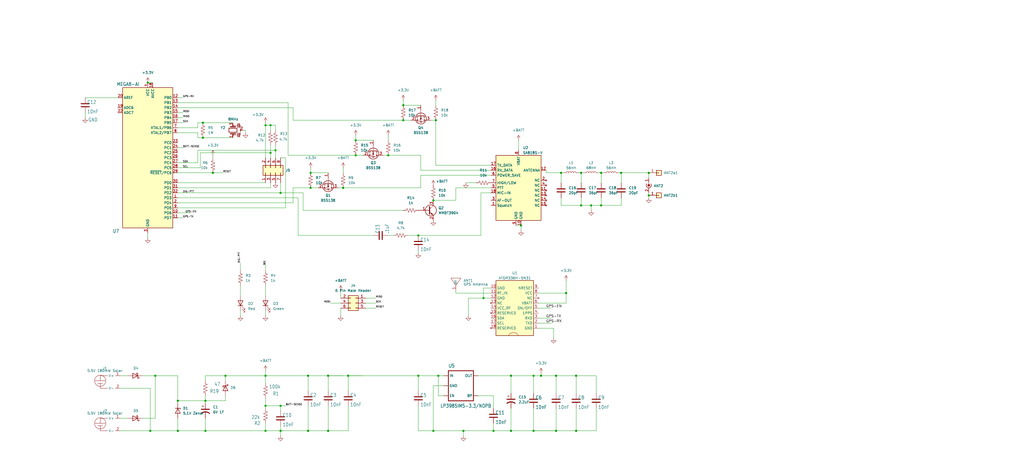
<source format=kicad_sch>
(kicad_sch (version 20231120) (generator "eeschema") (generator_version "8.0")
  (paper "User" 519.176 229.133)
  (junction (at 104.14 203.2))
  (junction (at 220.98 60.96))
  (junction (at 114.3 190.5))
  (junction (at 157.48 95.25))
  (junction (at 173.99 95.25))
  (junction (at 212.09 190.5))
  (junction (at 180.34 71.12))
  (junction (at 281.94 218.44))
  (junction (at 259.08 190.5))
  (junction (at 134.62 218.44))
  (junction (at 142.24 97.79))
  (junction (at 314.96 87.63))
  (junction (at 102.87 69.85))
  (junction (at 176.53 190.5))
  (junction (at 234.95 218.44))
  (junction (at 139.7 76.2))
  (junction (at 219.71 218.44))
  (junction (at 299.72 104.14))
  (junction (at 142.24 218.44))
  (junction (at 259.08 218.44))
  (junction (at 196.85 78.74))
  (junction (at 274.32 190.5))
  (junction (at 78.74 190.5))
  (junction (at 292.1 218.44))
  (junction (at 250.19 218.44))
  (junction (at 142.24 205.74))
  (junction (at 102.87 62.23))
  (junction (at 204.47 53.34))
  (junction (at 287.02 148.59))
  (junction (at 166.37 190.5))
  (junction (at 270.51 218.44))
  (junction (at 137.16 77.47))
  (junction (at 281.94 190.5))
  (junction (at 90.17 203.2))
  (junction (at 90.17 218.44))
  (junction (at 270.51 190.5))
  (junction (at 134.62 190.5))
  (junction (at 294.64 87.63))
  (junction (at 134.62 205.74))
  (junction (at 107.95 87.63))
  (junction (at 304.8 104.14))
  (junction (at 104.14 218.44))
  (junction (at 292.1 190.5))
  (junction (at 222.25 190.5))
  (junction (at 156.21 218.44))
  (junction (at 74.93 41.91))
  (junction (at 245.11 151.13))
  (junction (at 328.93 99.06))
  (junction (at 137.16 63.5))
  (junction (at 157.48 87.63))
  (junction (at 180.34 78.74))
  (junction (at 204.47 60.96))
  (junction (at 264.16 114.3))
  (junction (at 294.64 104.14))
  (junction (at 76.2 218.44))
  (junction (at 212.09 119.38))
  (junction (at 156.21 190.5))
  (junction (at 328.93 87.63))
  (junction (at 304.8 87.63))
  (junction (at 284.48 87.63))
  (junction (at 134.62 63.5))
  (junction (at 219.71 101.6))
  (junction (at 166.37 218.44))
  (wire (pts (xy 245.11 146.05) (xy 245.11 151.13)))
  (wire (pts (xy 157.48 85.09) (xy 157.48 87.63)))
  (wire (pts (xy 196.85 68.58) (xy 196.85 71.12)))
  (wire (pts (xy 142.24 218.44) (xy 142.24 215.9)) (stroke (width 0.1524)))
  (wire (pts (xy 124.46 66.04) (xy 124.46 67.31)))
  (wire (pts (xy 284.48 100.33) (xy 284.48 104.14)))
  (wire (pts (xy 78.74 190.5) (xy 90.17 190.5)))
  (wire (pts (xy 100.33 76.2) (xy 139.7 76.2)) (stroke (width 0.1524)))
  (wire (pts (xy 142.24 205.74) (xy 144.78 205.74)) (stroke (width 0.1524)))
  (wire (pts (xy 274.32 190.5) (xy 270.51 190.5)) (stroke (width 0.1524)))
  (wire (pts (xy 60.96 190.5) (xy 64.77 190.5)))
  (wire (pts (xy 90.17 110.49) (xy 92.71 110.49)) (stroke (width 0.1524)))
  (wire (pts (xy 284.48 87.63) (xy 285.75 87.63)))
  (wire (pts (xy 90.17 102.87) (xy 148.59 102.87)))
  (wire (pts (xy 157.48 95.25) (xy 161.29 95.25)))
  (wire (pts (xy 176.53 190.5) (xy 212.09 190.5)) (stroke (width 0.1524)))
  (wire (pts (xy 276.86 87.63) (xy 276.86 86.36)))
  (wire (pts (xy 284.48 104.14) (xy 294.64 104.14)))
  (wire (pts (xy 121.92 157.48) (xy 121.92 160.02)))
  (wire (pts (xy 273.05 148.59) (xy 287.02 148.59)))
  (wire (pts (xy 204.47 50.8) (xy 204.47 53.34)))
  (wire (pts (xy 180.34 78.74) (xy 146.05 78.74)))
  (wire (pts (xy 250.19 214.63) (xy 250.19 218.44)) (stroke (width 0.1524)))
  (wire (pts (xy 212.09 127) (xy 212.09 128.27)))
  (wire (pts (xy 224.79 195.58) (xy 219.71 195.58)) (stroke (width 0.1524)))
  (wire (pts (xy 43.18 49.53) (xy 59.69 49.53)))
  (wire (pts (xy 90.17 49.53) (xy 92.71 49.53)) (stroke (width 0.1524)))
  (wire (pts (xy 142.24 218.44) (xy 143.51 218.44)))
  (wire (pts (xy 294.64 87.63) (xy 295.91 87.63)))
  (wire (pts (xy 90.17 203.2) (xy 104.14 203.2)))
  (wire (pts (xy 292.1 207.01) (xy 292.1 218.44)))
  (wire (pts (xy 134.62 190.5) (xy 134.62 194.31)) (stroke (width 0.1524)))
  (wire (pts (xy 104.14 200.66) (xy 104.14 203.2)))
  (wire (pts (xy 220.98 60.96) (xy 220.98 83.82)))
  (wire (pts (xy 146.05 52.07) (xy 146.05 78.74)))
  (wire (pts (xy 248.92 86.36) (xy 213.36 86.36)))
  (wire (pts (xy 90.17 64.77) (xy 100.33 64.77)))
  (wire (pts (xy 218.44 60.96) (xy 220.98 60.96)))
  (wire (pts (xy 270.51 199.39) (xy 270.51 190.5)) (stroke (width 0.1524)))
  (wire (pts (xy 102.87 69.85) (xy 100.33 69.85)))
  (wire (pts (xy 142.24 208.28) (xy 142.24 205.74)) (stroke (width 0.1524)))
  (wire (pts (xy 134.62 214.63) (xy 134.62 218.44)) (stroke (width 0.1524)))
  (wire (pts (xy 273.05 156.21) (xy 279.4 156.21)))
  (wire (pts (xy 134.62 190.5) (xy 156.21 190.5)) (stroke (width 0.1524)))
  (wire (pts (xy 273.05 163.83) (xy 279.4 163.83)))
  (wire (pts (xy 189.23 119.38) (xy 151.13 119.38)) (stroke (width 0.1524)))
  (wire (pts (xy 90.17 57.15) (xy 92.71 57.15)) (stroke (width 0.1524)))
  (wire (pts (xy 259.08 190.5) (xy 270.51 190.5)) (stroke (width 0.1524)))
  (wire (pts (xy 74.93 118.11) (xy 74.93 120.65)))
  (wire (pts (xy 185.42 153.67) (xy 190.5 153.67)) (stroke (width 0.1524)))
  (wire (pts (xy 294.64 87.63) (xy 294.64 92.71)))
  (wire (pts (xy 274.32 190.5) (xy 281.94 190.5)) (stroke (width 0.1524)))
  (wire (pts (xy 281.94 207.01) (xy 281.94 218.44)) (stroke (width 0.1524)))
  (wire (pts (xy 185.42 156.21) (xy 190.5 156.21)) (stroke (width 0.1524)))
  (wire (pts (xy 137.16 92.71) (xy 137.16 95.25)) (stroke (width 0.1524)))
  (wire (pts (xy 273.05 161.29) (xy 279.4 161.29)))
  (wire (pts (xy 219.71 195.58) (xy 219.71 218.44)) (stroke (width 0.1524)))
  (wire (pts (xy 90.17 82.55) (xy 100.33 82.55)) (stroke (width 0.1524)))
  (wire (pts (xy 287.02 153.67) (xy 287.02 148.59)))
  (wire (pts (xy 90.17 54.61) (xy 148.59 54.61)))
  (wire (pts (xy 294.64 104.14) (xy 299.72 104.14)))
  (wire (pts (xy 134.62 63.5) (xy 137.16 63.5)))
  (wire (pts (xy 176.53 205.74) (xy 176.53 218.44)))
  (wire (pts (xy 100.33 82.55) (xy 100.33 76.2)) (stroke (width 0.1524)))
  (wire (pts (xy 293.37 87.63) (xy 294.64 87.63)))
  (wire (pts (xy 243.84 119.38) (xy 212.09 119.38)) (stroke (width 0.1524)))
  (wire (pts (xy 207.01 119.38) (xy 212.09 119.38)) (stroke (width 0.1524)))
  (wire (pts (xy 231.14 101.6) (xy 231.14 95.25)))
  (wire (pts (xy 114.3 203.2) (xy 104.14 203.2)))
  (wire (pts (xy 213.36 95.25) (xy 213.36 88.9)))
  (wire (pts (xy 224.79 190.5) (xy 222.25 190.5)) (stroke (width 0.1524)))
  (wire (pts (xy 204.47 60.96) (xy 208.28 60.96)))
  (wire (pts (xy 123.19 66.04) (xy 124.46 66.04)))
  (wire (pts (xy 134.62 205.74) (xy 142.24 205.74)) (stroke (width 0.1524)))
  (wire (pts (xy 314.96 104.14) (xy 304.8 104.14)))
  (wire (pts (xy 100.33 62.23) (xy 102.87 62.23)))
  (wire (pts (xy 90.17 218.44) (xy 104.14 218.44)))
  (wire (pts (xy 270.51 218.44) (xy 281.94 218.44)) (stroke (width 0.1524)))
  (wire (pts (xy 142.24 218.44) (xy 156.21 218.44)) (stroke (width 0.1524)))
  (wire (pts (xy 166.37 205.74) (xy 166.37 218.44)))
  (wire (pts (xy 302.26 199.39) (xy 302.26 190.5)))
  (wire (pts (xy 176.53 190.5) (xy 176.53 198.12)))
  (wire (pts (xy 219.71 218.44) (xy 212.09 218.44)) (stroke (width 0.1524)))
  (wire (pts (xy 276.86 87.63) (xy 284.48 87.63)))
  (wire (pts (xy 90.17 212.09) (xy 90.17 218.44)))
  (wire (pts (xy 137.16 63.5) (xy 139.7 63.5)))
  (wire (pts (xy 274.32 189.23) (xy 274.32 190.5)) (stroke (width 0.1524)))
  (wire (pts (xy 157.48 87.63) (xy 166.37 87.63)))
  (wire (pts (xy 299.72 104.14) (xy 299.72 106.68)))
  (wire (pts (xy 245.11 151.13) (xy 248.92 151.13)))
  (wire (pts (xy 304.8 104.14) (xy 299.72 104.14)))
  (wire (pts (xy 90.17 100.33) (xy 151.13 100.33)))
  (wire (pts (xy 90.17 204.47) (xy 90.17 203.2)))
  (wire (pts (xy 262.89 71.12) (xy 262.89 76.2)))
  (wire (pts (xy 224.79 200.66) (xy 222.25 200.66)) (stroke (width 0.1524)))
  (wire (pts (xy 313.69 87.63) (xy 314.96 87.63)))
  (wire (pts (xy 137.16 63.5) (xy 137.16 66.04)))
  (wire (pts (xy 243.84 119.38) (xy 243.84 97.79)) (stroke (width 0.1524)))
  (wire (pts (xy 303.53 87.63) (xy 304.8 87.63)))
  (wire (pts (xy 90.17 74.93) (xy 92.71 74.93)) (stroke (width 0.1524)))
  (wire (pts (xy 134.62 201.93) (xy 134.62 203.2)))
  (wire (pts (xy 121.92 144.78) (xy 121.92 149.86)) (stroke (width 0.1524)))
  (wire (pts (xy 114.3 190.5) (xy 129.54 190.5)))
  (wire (pts (xy 212.09 190.5) (xy 212.09 198.12)) (stroke (width 0.1524)))
  (wire (pts (xy 156.21 218.44) (xy 166.37 218.44)))
  (wire (pts (xy 166.37 190.5) (xy 173.99 190.5)))
  (wire (pts (xy 180.34 68.58) (xy 180.34 71.12)))
  (wire (pts (xy 142.24 218.44) (xy 142.24 220.98)))
  (wire (pts (xy 137.16 77.47) (xy 137.16 80.01)))
  (wire (pts (xy 328.93 87.63) (xy 314.96 87.63)))
  (wire (pts (xy 156.21 190.5) (xy 166.37 190.5)) (stroke (width 0.1524)))
  (wire (pts (xy 173.99 85.09) (xy 173.99 87.63)))
  (wire (pts (xy 213.36 88.9) (xy 248.92 88.9)))
  (wire (pts (xy 194.31 78.74) (xy 196.85 78.74)))
  (wire (pts (xy 129.54 190.5) (xy 134.62 190.5)) (stroke (width 0.1524)))
  (wire (pts (xy 166.37 190.5) (xy 176.53 190.5)) (stroke (width 0.1524)))
  (wire (pts (xy 72.39 212.09) (xy 78.74 212.09)))
  (wire (pts (xy 104.14 212.09) (xy 104.14 218.44)))
  (wire (pts (xy 222.25 200.66) (xy 222.25 190.5)) (stroke (width 0.1524)))
  (wire (pts (xy 43.18 57.15) (xy 43.18 59.69)))
  (wire (pts (xy 242.57 200.66) (xy 250.19 200.66)) (stroke (width 0.1524)))
  (wire (pts (xy 156.21 198.12) (xy 156.21 190.5)) (stroke (width 0.1524)))
  (wire (pts (xy 151.13 119.38) (xy 151.13 100.33)))
  (wire (pts (xy 196.85 78.74) (xy 213.36 78.74)))
  (wire (pts (xy 180.34 78.74) (xy 184.15 78.74)))
  (wire (pts (xy 104.14 193.04) (xy 104.14 190.5)))
  (wire (pts (xy 248.92 83.82) (xy 220.98 83.82)))
  (wire (pts (xy 134.62 137.16) (xy 134.62 132.08)) (stroke (width 0.1524)))
  (wire (pts (xy 121.92 137.16) (xy 121.92 133.35)) (stroke (width 0.1524)))
  (wire (pts (xy 292.1 190.5) (xy 292.1 199.39)))
  (wire (pts (xy 134.62 187.96) (xy 134.62 190.5)) (stroke (width 0.1524)))
  (wire (pts (xy 76.2 218.44) (xy 90.17 218.44)))
  (wire (pts (xy 60.96 196.85) (xy 76.2 196.85)))
  (wire (pts (xy 90.17 87.63) (xy 107.95 87.63)))
  (wire (pts (xy 90.17 59.69) (xy 92.71 59.69)) (stroke (width 0.1524)))
  (wire (pts (xy 76.2 196.85) (xy 76.2 218.44)))
  (wire (pts (xy 102.87 62.23) (xy 118.11 62.23)))
  (wire (pts (xy 74.93 41.91) (xy 77.47 41.91)))
  (wire (pts (xy 236.22 92.71) (xy 241.3 92.71)))
  (wire (pts (xy 328.93 99.06) (xy 328.93 100.33)))
  (wire (pts (xy 292.1 218.44) (xy 281.94 218.44)))
  (wire (pts (xy 134.62 205.74) (xy 134.62 203.2)) (stroke (width 0.1524)))
  (wire (pts (xy 302.26 207.01) (xy 302.26 218.44)))
  (wire (pts (xy 90.17 67.31) (xy 100.33 67.31)))
  (wire (pts (xy 148.59 95.25) (xy 157.48 95.25)))
  (wire (pts (xy 156.21 205.74) (xy 156.21 218.44)) (stroke (width 0.1524)))
  (wire (pts (xy 90.17 203.2) (xy 90.17 190.5)))
  (wire (pts (xy 114.3 200.66) (xy 114.3 203.2)))
  (wire (pts (xy 134.62 157.48) (xy 134.62 160.02)))
  (wire (pts (xy 104.14 190.5) (xy 114.3 190.5)))
  (wire (pts (xy 280.67 166.37) (xy 280.67 171.45)))
  (wire (pts (xy 114.3 193.04) (xy 114.3 190.5)))
  (wire (pts (xy 294.64 100.33) (xy 294.64 104.14)))
  (wire (pts (xy 237.49 151.13) (xy 245.11 151.13)))
  (wire (pts (xy 172.72 147.32) (xy 172.72 151.13)))
  (wire (pts (xy 242.57 190.5) (xy 259.08 190.5)) (stroke (width 0.1524)))
  (wire (pts (xy 144.78 80.01) (xy 142.24 80.01)))
  (wire (pts (xy 139.7 66.04) (xy 139.7 63.5)))
  (wire (pts (xy 142.24 97.79) (xy 153.67 97.79)))
  (wire (pts (xy 284.48 87.63) (xy 284.48 92.71)))
  (wire (pts (xy 328.93 97.79) (xy 328.93 99.06)))
  (wire (pts (xy 222.25 190.5) (xy 212.09 190.5)) (stroke (width 0.1524)))
  (wire (pts (xy 90.17 105.41) (xy 144.78 105.41)))
  (wire (pts (xy 234.95 218.44) (xy 250.19 218.44)) (stroke (width 0.1524)))
  (wire (pts (xy 304.8 100.33) (xy 304.8 104.14)))
  (wire (pts (xy 259.08 190.5) (xy 259.08 199.39)))
  (wire (pts (xy 78.74 190.5) (xy 78.74 212.09)))
  (wire (pts (xy 261.62 114.3) (xy 264.16 114.3)))
  (wire (pts (xy 259.08 218.44) (xy 270.51 218.44)) (stroke (width 0.1524)))
  (wire (pts (xy 219.71 101.6) (xy 231.14 101.6)))
  (wire (pts (xy 166.37 190.5) (xy 166.37 198.12)))
  (wire (pts (xy 328.93 90.17) (xy 328.93 87.63)))
  (wire (pts (xy 248.92 146.05) (xy 245.11 146.05)))
  (wire (pts (xy 180.34 71.12) (xy 189.23 71.12)))
  (wire (pts (xy 148.59 102.87) (xy 148.59 95.25)))
  (wire (pts (xy 273.05 166.37) (xy 280.67 166.37)))
  (wire (pts (xy 270.51 218.44) (xy 281.94 218.44)))
  (wire (pts (xy 90.17 107.95) (xy 96.52 107.95)))
  (wire (pts (xy 90.17 52.07) (xy 146.05 52.07)))
  (wire (pts (xy 172.72 160.02) (xy 172.72 156.21)))
  (wire (pts (xy 128.27 218.44) (xy 134.62 218.44)) (stroke (width 0.1524)))
  (wire (pts (xy 204.47 106.68) (xy 153.67 106.68)))
  (wire (pts (xy 142.24 92.71) (xy 142.24 97.79)))
  (wire (pts (xy 90.17 85.09) (xy 101.6 85.09)) (stroke (width 0.1524)))
  (wire (pts (xy 204.47 53.34) (xy 213.36 53.34)))
  (wire (pts (xy 287.02 148.59) (xy 287.02 142.24)))
  (wire (pts (xy 107.95 87.63) (xy 113.03 87.63)) (stroke (width 0.1524)))
  (wire (pts (xy 302.26 218.44) (xy 292.1 218.44)))
  (wire (pts (xy 144.78 105.41) (xy 144.78 80.01)))
  (wire (pts (xy 172.72 153.67) (xy 167.64 153.67)) (stroke (width 0.1524)))
  (wire (pts (xy 166.37 218.44) (xy 176.53 218.44)))
  (wire (pts (xy 231.14 148.59) (xy 231.14 147.32)))
  (wire (pts (xy 139.7 73.66) (xy 139.7 76.2)))
  (wire (pts (xy 148.59 54.61) (xy 148.59 60.96)))
  (wire (pts (xy 220.98 50.8) (xy 220.98 53.34)))
  (wire (pts (xy 250.19 200.66) (xy 250.19 207.01)) (stroke (width 0.1524)))
  (wire (pts (xy 104.14 203.2) (xy 104.14 204.47)))
  (wire (pts (xy 100.33 64.77) (xy 100.33 62.23)))
  (wire (pts (xy 248.92 148.59) (xy 231.14 148.59)))
  (wire (pts (xy 137.16 73.66) (xy 137.16 77.47)))
  (wire (pts (xy 104.14 218.44) (xy 128.27 218.44)))
  (wire (pts (xy 234.95 218.44) (xy 234.95 220.98)))
  (wire (pts (xy 185.42 151.13) (xy 190.5 151.13)) (stroke (width 0.1524)))
  (wire (pts (xy 107.95 78.74) (xy 107.95 80.01)))
  (wire (pts (xy 90.17 92.71) (xy 134.62 92.71)) (stroke (width 0.1524)))
  (wire (pts (xy 270.51 207.01) (xy 270.51 218.44)) (stroke (width 0.1524)))
  (wire (pts (xy 100.33 69.85) (xy 100.33 67.31)))
  (wire (pts (xy 173.99 95.25) (xy 213.36 95.25)))
  (wire (pts (xy 243.84 97.79) (xy 248.92 97.79)))
  (wire (pts (xy 134.62 63.5) (xy 134.62 80.01)))
  (wire (pts (xy 139.7 76.2) (xy 139.7 80.01)))
  (wire (pts (xy 314.96 100.33) (xy 314.96 104.14)))
  (wire (pts (xy 304.8 87.63) (xy 304.8 92.71)))
  (wire (pts (xy 212.09 218.44) (xy 212.09 205.74)) (stroke (width 0.1524)))
  (wire (pts (xy 134.62 62.23) (xy 134.62 63.5)))
  (wire (pts (xy 302.26 190.5) (xy 292.1 190.5)))
  (wire (pts (xy 264.16 114.3) (xy 264.16 116.84)))
  (wire (pts (xy 60.96 218.44) (xy 76.2 218.44)))
  (wire (pts (xy 314.96 92.71) (xy 314.96 87.63)))
  (wire (pts (xy 142.24 218.44) (xy 134.62 218.44)) (stroke (width 0.1524)))
  (wire (pts (xy 102.87 69.85) (xy 118.11 69.85)))
  (wire (pts (xy 60.96 212.09) (xy 64.77 212.09)))
  (wire (pts (xy 101.6 77.47) (xy 137.16 77.47)) (stroke (width 0.1524)))
  (wire (pts (xy 171.45 95.25) (xy 173.99 95.25)))
  (wire (pts (xy 196.85 119.38) (xy 199.39 119.38)) (stroke (width 0.1524)))
  (wire (pts (xy 134.62 144.78) (xy 134.62 149.86)) (stroke (width 0.1524)))
  (wire (pts (xy 237.49 151.13) (xy 237.49 160.02)))
  (wire (pts (xy 176.53 190.5) (xy 184.15 190.5)))
  (wire (pts (xy 153.67 106.68) (xy 153.67 97.79)))
  (wire (pts (xy 213.36 86.36) (xy 213.36 78.74)))
  (wire (pts (xy 101.6 85.09) (xy 101.6 77.47)) (stroke (width 0.1524)))
  (wire (pts (xy 281.94 190.5) (xy 281.94 199.39)) (stroke (width 0.1524)))
  (wire (pts (xy 259.08 207.01) (xy 259.08 218.44)))
  (wire (pts (xy 292.1 190.5) (xy 281.94 190.5)))
  (wire (pts (xy 148.59 60.96) (xy 204.47 60.96)))
  (wire (pts (xy 248.92 95.25) (xy 231.14 95.25)))
  (wire (pts (xy 304.8 87.63) (xy 306.07 87.63)))
  (wire (pts (xy 90.17 62.23) (xy 92.71 62.23)) (stroke (width 0.1524)))
  (wire (pts (xy 219.71 218.44) (xy 234.95 218.44)) (stroke (width 0.1524)))
  (wire (pts (xy 134.62 205.74) (xy 134.62 207.01)))
  (wire (pts (xy 90.17 97.79) (xy 142.24 97.79)))
  (wire (pts (xy 72.39 190.5) (xy 78.74 190.5)))
  (wire (pts (xy 273.05 153.67) (xy 287.02 153.67)))
  (wire (pts (xy 250.19 218.44) (xy 259.08 218.44)) (stroke (width 0.1524)))
  (wire (pts (xy 90.17 95.25) (xy 137.16 95.25)) (stroke (width 0.1524)))
  (label "MISO" (at 190.5 151.13 0) (effects (font (size 0.889 0.889))))
  (label "GPS-RX" (at 276.86 163.83 0))
  (label "DIG-PTT" (at 121.92 133.35 90) (effects (font (size 0.889 0.889))))
  (label "RESET" (at 113.03 87.63 0) (effects (font (size 0.889 0.889))))
  (label "SCK" (at 134.62 132.08 270) (effects (font (size 0.7112 0.7112))))
  (label "BATT-SENSE" (at 92.71 74.93 0) (effects (font (size 0.889 0.889))))
  (label "SDA" (at 92.71 82.55 0) (effects (font (size 0.889 0.889))))
  (label "GPS-EN" (at 93.98 107.95 0) (effects (font (size 0.889 0.889))))
  (label "GPS-TX" (at 92.71 110.49 0) (effects (font (size 0.889 0.889))))
  (label "DIG-PTT" (at 92.71 97.79 0) (effects (font (size 0.889 0.889))))
  (label "BATT-SENSE" (at 144.78 205.74 0) (effects (font (size 0.889 0.889))))
  (label "MOSI" (at 167.64 153.67 180) (effects (font (size 0.889 0.889))))
  (label "SCK" (at 92.71 62.23 0) (effects (font (size 0.889 0.889))))
  (label "GPS-TX" (at 276.86 161.29 0))
  (label "GPS-EN" (at 276.86 156.21 0))
  (label "MISO" (at 92.71 59.69 0) (effects (font (size 0.889 0.889))))
  (label "GPS-RX" (at 92.71 49.53 0) (effects (font (size 0.889 0.889))))
  (label "SCL" (at 92.71 85.09 0) (effects (font (size 0.889 0.889))))
  (label "MOSI" (at 92.71 57.15 0) (effects (font (size 0.889 0.889))))
  (label "RESET" (at 190.5 156.21 0) (effects (font (size 0.889 0.889))))
  (label "SCK" (at 190.5 153.67 0) (effects (font (size 0.889 0.889))))
  (symbol (lib_id "power:+3.3V") (at 107.95 78.74 0) (unit 1)
    (property "Reference" "#PWR09" (effects (hide yes)))
    (property "Value" "+3.3V" (at 107.95 73.66 0))
    (property "Description" "Power symbol creates a global label with name \"+3.3V\"" (effects (hide yes)))
  )
  (symbol (lib_id "Device:LED") (at 134.62 153.67 90) (unit 1)
    (property "Reference" "D3" (at 138.43 153.9874 90) (effects (justify right)))
    (property "Value" "Green" (at 138.43 156.5274 90) (effects (justify right)))
    (property "Footprint" "Diode_SMD:D_0805_2012Metric" (effects (hide yes)))
    (property "Description" "Light emitting diode" (effects (hide yes)))
    (property "Digikey" "LTST-C171GKT" (effects (hide yes)))
  )
  (symbol (lib_id "Device:R_US") (at 173.99 91.44 180) (unit 1)
    (property "Reference" "R9" (at 176.53 90.1699 0) (effects (justify right)))
    (property "Value" "10k" (at 176.53 92.7099 0) (effects (justify right)))
    (property "Footprint" "Resistor_SMD:R_0805_2012Metric" (effects (hide yes)))
    (property "Description" "Resistor, US symbol" (effects (hide yes)))
    (property "Digikey" "311-10KARCT-ND" (effects (hide yes)))
  )
  (symbol (lib_id "power:+3.3V") (at 157.48 85.09 0) (unit 1)
    (property "Reference" "#PWR013" (effects (hide yes)))
    (property "Value" "+3.3V" (at 157.48 80.01 0))
    (property "Description" "Power symbol creates a global label with name \"+3.3V\"" (effects (hide yes)))
  )
  (symbol (lib_id "Device:C") (at 142.24 212.09 0) (unit 1)
    (property "Reference" "C10" (at 143.256 211.455 0) (effects (font (size 1.778 1.5113)) (justify left bottom)))
    (property "Value" "10nF" (at 143.256 216.281 0) (effects (font (size 1.778 1.5113)) (justify left bottom)))
    (property "Footprint" "Capacitor_SMD:C_0805_2012Metric" (effects (hide yes)))
    (property "Description" "Unpolarized capacitor" (effects (hide yes)))
    (property "Digikey" "399-1158-1-ND" (effects (hide yes)))
  )
  (symbol (lib_id "power:GND") (at 280.67 171.45 0) (unit 1)
    (property "Reference" "#SUPPLY015" (effects (hide yes)))
    (property "Value" "GND" (effects (hide yes)))
    (property "Description" "Power symbol creates a global label with name \"GND\" , ground" (effects (hide yes)))
  )
  (symbol (lib_id "Transistor_FET:BSS138") (at 213.36 58.42 270) (unit 1)
    (property "Reference" "Q4" (at 213.36 64.77 90))
    (property "Value" "BSS138" (at 213.36 67.31 90))
    (property "Footprint" "Package_TO_SOT_SMD:SOT-23" (effects (hide yes)))
    (property "Datasheet" "https://www.onsemi.com/pub/Collateral/BSS138-D.PDF" (effects (hide yes)))
    (property "Description" "50V Vds, 0.22A Id, N-Channel MOSFET, SOT-23" (effects (hide yes)))
    (property "Digikey" "BSS138TR-ND" (effects (hide yes)))
  )
  (symbol (lib_id "Device:R_US") (at 180.34 74.93 180) (unit 1)
    (property "Reference" "R15" (at 182.88 73.6599 0) (effects (justify right)))
    (property "Value" "10k" (at 182.88 76.1999 0) (effects (justify right)))
    (property "Footprint" "Resistor_SMD:R_0805_2012Metric" (effects (hide yes)))
    (property "Description" "Resistor, US symbol" (effects (hide yes)))
    (property "Digikey" "311-10KARCT-ND" (effects (hide yes)))
  )
  (symbol (lib_id "power:GND") (at 74.93 120.65 0) (unit 1)
    (property "Reference" "#SUPPLY07" (effects (hide yes)))
    (property "Value" "GND" (effects (hide yes)))
    (property "Description" "Power symbol creates a global label with name \"GND\" , ground" (effects (hide yes)))
  )
  (symbol (lib_id "Custom DS:ATGM336H-5N31") (at 260.35 153.67 0) (unit 1)
    (property "Reference" "U1" (at 260.985 138.43 0))
    (property "Value" "ATGM336H-5N31" (at 260.985 140.97 0))
    (property "Footprint" "Custom DS:ATGM336H-5N31" (effects (hide yes)))
    (property "Datasheet" "https://www.tinytronics.nl/product_files/002176_ATGM336H.pdf" (effects (hide yes)))
    (property "Description" "GPS Module" (effects (hide yes)))
    (property "Digikey" "ALIEXPRESS" (effects (hide yes)))
  )
  (symbol (lib_id "Connector_Generic:Conn_01x01") (at 334.01 99.06 0) (unit 1)
    (property "Reference" "ANT2b1" (at 336.55 99.0599 0) (effects (justify left)))
    (property "Value" "VHF Test Point" (effects (hide yes)))
    (property "Footprint" "Custom DS:Small Test Point Pin" (effects (hide yes)))
    (property "Description" "Generic connector, single row, 01x01, script generated (kicad-library-utils/schlib/autogen/connector/)" (effects (hide yes)))
  )
  (symbol (lib_id "Transistor_FET:BSS138") (at 166.37 92.71 270) (unit 1)
    (property "Reference" "Q1" (at 166.37 99.06 90))
    (property "Value" "BSS138" (at 166.37 101.6 90))
    (property "Footprint" "Package_TO_SOT_SMD:SOT-23" (effects (hide yes)))
    (property "Datasheet" "https://www.onsemi.com/pub/Collateral/BSS138-D.PDF" (effects (hide yes)))
    (property "Description" "50V Vds, 0.22A Id, N-Channel MOSFET, SOT-23" (effects (hide yes)))
    (property "Digikey" "BSS138TR-ND" (effects (hide yes)))
  )
  (symbol (lib_id "Device:D_Zener") (at 90.17 208.28 270) (unit 1)
    (property "Reference" "D1" (at 92.71 207.0099 90) (effects (justify left)))
    (property "Value" "5.1V Zenor" (at 92.71 209.5499 90) (effects (justify left)))
    (property "Footprint" "Diode_SMD:D_SOD-123" (effects (hide yes)))
    (property "Description" "Zener diode" (effects (hide yes)))
    (property "Digikey" "MMSZ5231B-FDICT-ND" (effects (hide yes)))
  )
  (symbol (lib_id "Device:C") (at 166.37 201.93 0) (unit 1)
    (property "Reference" "C3" (at 167.386 201.295 0) (effects (font (size 1.778 1.5113)) (justify left bottom)))
    (property "Value" "10nF" (at 167.386 206.121 0) (effects (font (size 1.778 1.5113)) (justify left bottom)))
    (property "Footprint" "Capacitor_SMD:C_0805_2012Metric" (effects (hide yes)))
    (property "Description" "Unpolarized capacitor" (effects (hide yes)))
    (property "Digikey" "399-1158-1-ND" (effects (hide yes)))
  )
  (symbol (lib_id "Device:C") (at 314.96 96.52 180) (unit 1)
    (property "Reference" "C19" (at 318.77 95.2499 0) (effects (justify right)))
    (property "Value" "20pF" (at 318.77 97.7899 0) (effects (justify right)))
    (property "Footprint" "Capacitor_SMD:C_0805_2012Metric" (effects (hide yes)))
    (property "Description" "Unpolarized capacitor" (effects (hide yes)))
    (property "Digikey" "712-1381-1-ND" (effects (hide yes)))
  )
  (symbol (lib_id "Device:L") (at 309.88 87.63 90) (unit 1)
    (property "Reference" "L3" (at 309.88 82.55 90))
    (property "Value" "56nH" (at 309.88 85.09 90))
    (property "Footprint" "Inductor_SMD:L_0805_2012Metric" (effects (hide yes)))
    (property "Description" "Inductor" (effects (hide yes)))
    (property "Digikey" "535-11570-1-ND" (effects (hide yes)))
  )
  (symbol (lib_id "power:+3.3V") (at 274.32 189.23 0) (unit 1)
    (property "Reference" "#PWR01" (effects (hide yes)))
    (property "Value" "+3.3V" (at 274.32 184.15 0))
    (property "Description" "Power symbol creates a global label with name \"+3.3V\"" (effects (hide yes)))
  )
  (symbol (lib_id "power:GND") (at 264.16 116.84 0) (unit 1)
    (property "Reference" "#SUPPLY011" (effects (hide yes)))
    (property "Value" "GND" (effects (hide yes)))
    (property "Description" "Power symbol creates a global label with name \"GND\" , ground" (effects (hide yes)))
  )
  (symbol (lib_id "Device:R_US") (at 121.92 140.97 0) (unit 1)
    (property "Reference" "R3" (at 124.46 139.6999 0) (effects (justify left)))
    (property "Value" "1k" (at 124.46 142.2399 0) (effects (justify left)))
    (property "Footprint" "Resistor_SMD:R_0805_2012Metric" (effects (hide yes)))
    (property "Description" "Resistor, US symbol" (effects (hide yes)))
    (property "Digikey" "311-1.0KARCT-ND" (effects (hide yes)))
  )
  (symbol (lib_id "Device:R_US") (at 104.14 196.85 180) (unit 1)
    (property "Reference" "R19" (at 110.998 197.358 0) (effects (font (size 1.778 1.5113)) (justify left bottom)))
    (property "Value" "47" (at 111.76 193.802 0) (effects (font (size 1.778 1.5113)) (justify left bottom)))
    (property "Footprint" "Resistor_SMD:R_2512_6332Metric" (effects (hide yes)))
    (property "Description" "Resistor, US symbol" (effects (hide yes)))
    (property "Digikey" "YAG3404TR-ND" (effects (hide yes)))
  )
  (symbol (lib_id "power:GND") (at 124.46 67.31 0) (unit 1)
    (property "Reference" "#SUPPLY08" (effects (hide yes)))
    (property "Value" "GND" (effects (hide yes)))
    (property "Description" "Power symbol creates a global label with name \"GND\" , ground" (effects (hide yes)))
  )
  (symbol (lib_id "Device:C") (at 284.48 96.52 180) (unit 1)
    (property "Reference" "C16" (at 288.29 95.2499 0) (effects (justify right)))
    (property "Value" "20pF" (at 288.29 97.7899 0) (effects (justify right)))
    (property "Footprint" "Capacitor_SMD:C_0805_2012Metric" (effects (hide yes)))
    (property "Description" "Unpolarized capacitor" (effects (hide yes)))
    (property "Digikey" "712-1381-1-ND" (effects (hide yes)))
  )
  (symbol (lib_id "power:GND") (at 142.24 220.98 0) (unit 1)
    (property "Reference" "#SUPPLY06" (effects (hide yes)))
    (property "Value" "GND" (effects (hide yes)))
    (property "Description" "Power symbol creates a global label with name \"GND\" , ground" (effects (hide yes)))
  )
  (symbol (lib_id "Connector_Generic:Conn_02x03_Odd_Even") (at 180.34 153.67 0) (mirror y) (unit 1)
    (property "Reference" "J4" (at 179.07 144.78 0))
    (property "Value" "6 Pin Male Header" (at 179.07 147.32 0))
    (property "Footprint" "Connector_PinHeader_2.54mm:PinHeader_2x03_P2.54mm_Vertical" (effects (hide yes)))
    (property "Description" "Generic connector, double row, 02x03, odd/even pin numbering scheme (row 1 odd numbers, row 2 even numbers), script generated (kicad-library-utils/schlib/autogen/connector/)" (effects (hide yes)))
    (property "Digikey" "732-5394-ND" (effects (hide yes)))
  )
  (symbol (lib_id "Device:C") (at 281.94 203.2 0) (unit 1)
    (property "Reference" "C7" (at 282.956 202.565 0) (effects (font (size 1.778 1.5113)) (justify left bottom)))
    (property "Value" "10nF" (at 282.956 207.391 0) (effects (font (size 1.778 1.5113)) (justify left bottom)))
    (property "Footprint" "Capacitor_SMD:C_0805_2012Metric" (effects (hide yes)))
    (property "Description" "Unpolarized capacitor" (effects (hide yes)))
    (property "Digikey" "399-1158-1-ND" (effects (hide yes)))
  )
  (symbol (lib_id "power:+3.3V") (at 204.47 50.8 0) (unit 1)
    (property "Reference" "#PWR016" (effects (hide yes)))
    (property "Value" "+3.3V" (at 204.47 45.72 0))
    (property "Description" "Power symbol creates a global label with name \"+3.3V\"" (effects (hide yes)))
  )
  (symbol (lib_id "Device:R_US") (at 134.62 210.82 180) (unit 1)
    (property "Reference" "R2" (at 132.08 213.614 0) (effects (font (size 1.778 1.5113)) (justify left bottom)))
    (property "Value" "22k" (at 131.826 210.566 0) (effects (font (size 1.778 1.5113)) (justify left bottom)))
    (property "Footprint" "Resistor_SMD:R_0805_2012Metric" (effects (hide yes)))
    (property "Description" "Resistor, US symbol" (effects (hide yes)))
    (property "Digikey" "311-22KARTR-ND" (effects (hide yes)))
  )
  (symbol (lib_id "power:GND") (at 121.92 160.02 0) (unit 1)
    (property "Reference" "#SUPPLY012" (effects (hide yes)))
    (property "Value" "GND" (effects (hide yes)))
    (property "Description" "Power symbol creates a global label with name \"GND\" , ground" (effects (hide yes)))
  )
  (symbol (lib_id "power:+BATT") (at 219.71 93.98 0) (unit 1)
    (property "Reference" "#PWR05" (effects (hide yes)))
    (property "Value" "+BATT" (at 224.028 91.948 0))
    (property "Description" "Power symbol creates a global label with name \"+BATT\"" (effects (hide yes)))
  )
  (symbol (lib_id "power:+3.3V") (at 134.62 62.23 0) (unit 1)
    (property "Reference" "#PWR011" (effects (hide yes)))
    (property "Value" "+3.3V" (at 130.81 58.166 0))
    (property "Description" "Power symbol creates a global label with name \"+3.3V\"" (effects (hide yes)))
  )
  (symbol (lib_id "power:GND") (at 219.71 111.76 0) (unit 1)
    (property "Reference" "#SUPPLY05" (effects (hide yes)))
    (property "Value" "GND" (effects (hide yes)))
    (property "Description" "Power symbol creates a global label with name \"GND\" , ground" (effects (hide yes)))
  )
  (symbol (lib_id "power:GND") (at 139.7 92.71 0) (unit 1)
    (property "Reference" "#SUPPLY09" (effects (hide yes)))
    (property "Value" "GND" (effects (hide yes)))
    (property "Description" "Power symbol creates a global label with name \"GND\" , ground" (effects (hide yes)))
  )
  (symbol (lib_id "power:+BATT") (at 220.98 50.8 0) (unit 1)
    (property "Reference" "#PWR017" (effects (hide yes)))
    (property "Value" "+BATT" (at 220.98 45.72 0))
    (property "Description" "Power symbol creates a global label with name \"+BATT\"" (effects (hide yes)))
  )
  (symbol (lib_id "Transistor_FET:BSS138") (at 189.23 76.2 270) (unit 1)
    (property "Reference" "Q3" (at 189.23 82.55 90))
    (property "Value" "BSS138" (at 189.23 85.09 90))
    (property "Footprint" "Package_TO_SOT_SMD:SOT-23" (effects (hide yes)))
    (property "Datasheet" "https://www.onsemi.com/pub/Collateral/BSS138-D.PDF" (effects (hide yes)))
    (property "Description" "50V Vds, 0.22A Id, N-Channel MOSFET, SOT-23" (effects (hide yes)))
    (property "Digikey" "BSS138TR-ND" (effects (hide yes)))
  )
  (symbol (lib_id "MCU_Microchip_ATmega:ATmega328P-A") (at 74.93 80.01 0) (unit 1)
    (property "Reference" "U7" (at 57.15 118.11 0) (effects (font (size 1.778 1.5113)) (justify left bottom)))
    (property "Value" "MEGA8-AI" (at 59.182 43.688 0) (effects (font (size 1.778 1.5113)) (justify left bottom)))
    (property "Footprint" "Package_QFP:TQFP-32_7x7mm_P0.8mm" (effects (hide yes)))
    (property "Datasheet" "https://ww1.microchip.com/downloads/en/DeviceDoc/Atmel-7810-Automotive-Microcontrollers-ATmega328P_Datasheet.pdf" (effects (hide yes)))
    (property "Description" "20MHz, 32kB Flash, 2kB SRAM, 1kB EEPROM, TQFP-32" (effects (hide yes)))
    (property "Digikey" "ATMEGA328P-AU-ND" (effects (hide yes)))
  )
  (symbol (lib_id "power:+BATT") (at 196.85 68.58 0) (unit 1)
    (property "Reference" "#PWR015" (effects (hide yes)))
    (property "Value" "+BATT" (at 196.85 63.5 0))
    (property "Description" "Power symbol creates a global label with name \"+BATT\"" (effects (hide yes)))
  )
  (symbol (lib_id "Device:R_US") (at 139.7 69.85 0) (mirror y) (unit 1)
    (property "Reference" "R13" (at 145.796 67.818 0) (effects (justify left)))
    (property "Value" "4.7k" (at 145.796 70.612 0) (effects (justify left)))
    (property "Footprint" "Resistor_SMD:R_0805_2012Metric" (effects (hide yes)))
    (property "Description" "Resistor, US symbol" (effects (hide yes)))
    (property "Digikey" "311-4.7KARCT-ND" (effects (hide yes)))
  )
  (symbol (lib_id "Device:R_US") (at 245.11 92.71 90) (unit 1)
    (property "Reference" "R11" (at 245.11 86.36 90))
    (property "Value" "10k" (at 245.11 88.9 90))
    (property "Footprint" "Resistor_SMD:R_0805_2012Metric" (effects (hide yes)))
    (property "Description" "Resistor, US symbol" (effects (hide yes)))
    (property "Digikey" "311-10KARCT-ND" (effects (hide yes)))
  )
  (symbol (lib_id "Transistor_BJT:MMBT3904") (at 217.17 106.68 0) (unit 1)
    (property "Reference" "Q2" (at 222.25 105.4099 0) (effects (justify left)))
    (property "Value" "MMBT3904" (at 222.25 107.9499 0) (effects (justify left)))
    (property "Footprint" "Package_TO_SOT_SMD:SOT-23" (effects (hide yes)))
    (property "Datasheet" "https://www.onsemi.com/pdf/datasheet/pzt3904-d.pdf" (effects (hide yes)))
    (property "Description" "0.2A Ic, 40V Vce, Small Signal NPN Transistor, SOT-23" (effects (hide yes)))
    (property "Digikey" "MMBT3904TPMSCT-ND" (effects (hide yes)))
  )
  (symbol (lib_id "power:GND") (at 328.93 100.33 0) (unit 1)
    (property "Reference" "#SUPPLY04" (effects (hide yes)))
    (property "Value" "GND" (effects (hide yes)))
    (property "Description" "Power symbol creates a global label with name \"GND\" , ground" (effects (hide yes)))
  )
  (symbol (lib_id "power:+BATT") (at 173.99 85.09 0) (unit 1)
    (property "Reference" "#PWR014" (effects (hide yes)))
    (property "Value" "+BATT" (at 173.99 80.01 0))
    (property "Description" "Power symbol creates a global label with name \"+BATT\"" (effects (hide yes)))
  )
  (symbol (lib_id "Device:R_US") (at 208.28 106.68 90) (unit 1)
    (property "Reference" "R14" (at 208.28 100.33 90))
    (property "Value" "1k" (at 208.28 102.87 90))
    (property "Footprint" "Resistor_SMD:R_0805_2012Metric" (effects (hide yes)))
    (property "Description" "Resistor, US symbol" (effects (hide yes)))
    (property "Digikey" "311-1.0KARCT-ND" (effects (hide yes)))
  )
  (symbol (lib_id "power:+3.3V") (at 180.34 68.58 0) (unit 1)
    (property "Reference" "#PWR06" (effects (hide yes)))
    (property "Value" "+3.3V" (at 180.34 63.5 0))
    (property "Description" "Power symbol creates a global label with name \"+3.3V\"" (effects (hide yes)))
  )
  (symbol (lib_id "power:GND") (at 236.22 92.71 0) (unit 1)
    (property "Reference" "#SUPPLY016" (effects (hide yes)))
    (property "Value" "GND" (effects (hide yes)))
    (property "Description" "Power symbol creates a global label with name \"GND\" , ground" (effects (hide yes)))
  )
  (symbol (lib_id "Device:R_US") (at 196.85 74.93 180) (unit 1)
    (property "Reference" "R16" (at 199.39 73.6599 0) (effects (justify right)))
    (property "Value" "10k" (at 199.39 76.1999 0) (effects (justify right)))
    (property "Footprint" "Resistor_SMD:R_0805_2012Metric" (effects (hide yes)))
    (property "Description" "Resistor, US symbol" (effects (hide yes)))
    (property "Digikey" "311-10KARCT-ND" (effects (hide yes)))
  )
  (symbol (lib_id "Custom DS:DRA818_SA818_Transmitter") (at 262.89 95.25 0) (unit 1)
    (property "Reference" "U2" (at 265.0841 74.93 0) (effects (justify left)))
    (property "Value" "SA818S-V" (at 265.0841 77.47 0) (effects (justify left)))
    (property "Footprint" "Custom DS:DRA818 SA818" (effects (hide yes)))
    (property "Digikey" "ALIEXPRESS" (effects (hide yes)))
  )
  (symbol (lib_id "power:GND") (at 237.49 160.02 0) (unit 1)
    (property "Reference" "#SUPPLY014" (effects (hide yes)))
    (property "Value" "GND" (effects (hide yes)))
    (property "Description" "Power symbol creates a global label with name \"GND\" , ground" (effects (hide yes)))
  )
  (symbol (lib_id "Device:C") (at 250.19 210.82 0) (unit 1)
    (property "Reference" "C11" (at 251.206 210.185 0) (effects (font (size 1.778 1.5113)) (justify left bottom)))
    (property "Value" "10nF" (at 251.206 215.011 0) (effects (font (size 1.778 1.5113)) (justify left bottom)))
    (property "Footprint" "Capacitor_SMD:C_0805_2012Metric" (effects (hide yes)))
    (property "Description" "Unpolarized capacitor" (effects (hide yes)))
    (property "Digikey" "399-1158-1-ND" (effects (hide yes)))
  )
  (symbol (lib_id "Device:C") (at 193.04 119.38 90) (unit 1)
    (property "Reference" "C13" (at 192.405 118.364 0) (effects (font (size 1.778 1.5113)) (justify left bottom)))
    (property "Value" ".1uF" (at 197.231 118.364 0) (effects (font (size 1.778 1.5113)) (justify left bottom)))
    (property "Footprint" "Capacitor_SMD:C_0805_2012Metric" (effects (hide yes)))
    (property "Description" "Unpolarized capacitor" (effects (hide yes)))
    (property "Digikey" "311-1140-2-ND" (effects (hide yes)))
  )
  (symbol (lib_id "power:GND") (at 134.62 160.02 0) (unit 1)
    (property "Reference" "#SUPPLY013" (effects (hide yes)))
    (property "Value" "GND" (effects (hide yes)))
    (property "Description" "Power symbol creates a global label with name \"GND\" , ground" (effects (hide yes)))
  )
  (symbol (lib_id "Device:C") (at 176.53 201.93 0) (unit 1)
    (property "Reference" "C4" (at 177.546 201.295 0) (effects (font (size 1.778 1.5113)) (justify left bottom)))
    (property "Value" "10nF" (at 177.546 206.121 0) (effects (font (size 1.778 1.5113)) (justify left bottom)))
    (property "Footprint" "Capacitor_SMD:C_0805_2012Metric" (effects (hide yes)))
    (property "Description" "Unpolarized capacitor" (effects (hide yes)))
    (property "Digikey" "399-1158-1-ND" (effects (hide yes)))
  )
  (symbol (lib_id "Device:C") (at 156.21 201.93 0) (unit 1)
    (property "Reference" "C2" (at 157.226 201.295 0) (effects (font (size 1.778 1.5113)) (justify left bottom)))
    (property "Value" "10nF" (at 157.226 206.121 0) (effects (font (size 1.778 1.5113)) (justify left bottom)))
    (property "Footprint" "Capacitor_SMD:C_0805_2012Metric" (effects (hide yes)))
    (property "Description" "Unpolarized capacitor" (effects (hide yes)))
    (property "Digikey" "399-1158-1-ND" (effects (hide yes)))
  )
  (symbol (lib_id "Device:LED") (at 121.92 153.67 90) (unit 1)
    (property "Reference" "D2" (at 125.73 153.9874 90) (effects (justify right)))
    (property "Value" "Red" (at 125.73 156.5274 90) (effects (justify right)))
    (property "Footprint" "Diode_SMD:D_0805_2012Metric" (effects (hide yes)))
    (property "Description" "Light emitting diode" (effects (hide yes)))
    (property "Digikey" "LTST-C171KRKT" (effects (hide yes)))
  )
  (symbol (lib_id "power:GND") (at 212.09 128.27 0) (unit 1)
    (property "Reference" "#SUPPLY01" (effects (hide yes)))
    (property "Value" "GND" (effects (hide yes)))
    (property "Description" "Power symbol creates a global label with name \"GND\" , ground" (effects (hide yes)))
  )
  (symbol (lib_id "Device:L") (at 289.56 87.63 90) (unit 1)
    (property "Reference" "L1" (at 289.56 82.55 90))
    (property "Value" "56nH" (at 289.56 85.09 90))
    (property "Footprint" "Inductor_SMD:L_0805_2012Metric" (effects (hide yes)))
    (property "Description" "Inductor" (effects (hide yes)))
    (property "Digikey" "535-11570-1-ND" (effects (hide yes)))
  )
  (symbol (lib_id "Connector_Generic:Conn_01x01") (at 334.01 87.63 0) (unit 1)
    (property "Reference" "ANT2a1" (at 336.55 87.6299 0) (effects (justify left)))
    (property "Value" "VHF Test Point" (effects (hide yes)))
    (property "Footprint" "Custom DS:Small Test Point Pin" (effects (hide yes)))
    (property "Description" "Generic connector, single row, 01x01, script generated (kicad-library-utils/schlib/autogen/connector/)" (effects (hide yes)))
  )
  (symbol (lib_id "Device:C") (at 294.64 96.52 180) (unit 1)
    (property "Reference" "C17" (at 298.45 95.2499 0) (effects (justify right)))
    (property "Value" "36pF" (at 298.45 97.7899 0) (effects (justify right)))
    (property "Footprint" "Capacitor_SMD:C_0805_2012Metric" (effects (hide yes)))
    (property "Description" "Unpolarized capacitor" (effects (hide yes)))
    (property "Digikey" "478-10473-1-ND" (effects (hide yes)))
  )
  (symbol (lib_id "power:+BATT") (at 262.89 71.12 0) (unit 1)
    (property "Reference" "#PWR07" (effects (hide yes)))
    (property "Value" "+BATT" (at 262.89 66.04 0))
    (property "Description" "Power symbol creates a global label with name \"+BATT\"" (effects (hide yes)))
  )
  (symbol (lib_id "Device:R_US") (at 220.98 57.15 180) (unit 1)
    (property "Reference" "R18" (at 223.52 55.8799 0) (effects (justify right)))
    (property "Value" "10k" (at 223.52 58.4199 0) (effects (justify right)))
    (property "Footprint" "Resistor_SMD:R_0805_2012Metric" (effects (hide yes)))
    (property "Description" "Resistor, US symbol" (effects (hide yes)))
    (property "Digikey" "311-10KARCT-ND" (effects (hide yes)))
  )
  (symbol (lib_id "Device:C") (at 270.51 203.2 0) (unit 1)
    (property "Reference" "C6" (at 271.526 202.565 0) (effects (font (size 1.778 1.5113)) (justify left bottom)))
    (property "Value" "10nF" (at 271.526 207.391 0) (effects (font (size 1.778 1.5113)) (justify left bottom)))
    (property "Footprint" "Capacitor_SMD:C_0805_2012Metric" (effects (hide yes)))
    (property "Description" "Unpolarized capacitor" (effects (hide yes)))
    (property "Digikey" "399-1158-1-ND" (effects (hide yes)))
  )
  (symbol (lib_id "Device:R_US") (at 219.71 97.79 180) (unit 1)
    (property "Reference" "R10" (at 222.25 96.5199 0) (effects (justify right)))
    (property "Value" "10k" (at 222.25 99.0599 0) (effects (justify right)))
    (property "Footprint" "Resistor_SMD:R_0805_2012Metric" (effects (hide yes)))
    (property "Description" "Resistor, US symbol" (effects (hide yes)))
    (property "Digikey" "311-10KARCT-ND" (effects (hide yes)))
  )
  (symbol (lib_id "Device:R_US") (at 137.16 69.85 0) (mirror y) (unit 1)
    (property "Reference" "R12" (at 134.62 68.5799 0) (effects (justify left)))
    (property "Value" "4.7k" (at 133.858 71.12 0) (effects (justify left)))
    (property "Footprint" "Resistor_SMD:R_0805_2012Metric" (effects (hide yes)))
    (property "Description" "Resistor, US symbol" (effects (hide yes)))
    (property "Digikey" "311-4.7KARCT-ND" (effects (hide yes)))
  )
  (symbol (lib_id "Device:R_US") (at 204.47 57.15 180) (unit 1)
    (property "Reference" "R17" (at 207.01 55.8799 0) (effects (justify right)))
    (property "Value" "10k" (at 207.01 58.4199 0) (effects (justify right)))
    (property "Footprint" "Resistor_SMD:R_0805_2012Metric" (effects (hide yes)))
    (property "Description" "Resistor, US symbol" (effects (hide yes)))
    (property "Digikey" "311-10KARCT-ND" (effects (hide yes)))
  )
  (symbol (lib_id "Device:R_US") (at 157.48 91.44 180) (unit 1)
    (property "Reference" "R7" (at 160.02 90.1699 0) (effects (justify right)))
    (property "Value" "10k" (at 160.02 92.7099 0) (effects (justify right)))
    (property "Footprint" "Resistor_SMD:R_0805_2012Metric" (effects (hide yes)))
    (property "Description" "Resistor, US symbol" (effects (hide yes)))
    (property "Digikey" "311-10KARCT-ND" (effects (hide yes)))
  )
  (symbol (lib_id "power:+BATT") (at 172.72 147.32 0) (unit 1)
    (property "Reference" "#PWR04" (effects (hide yes)))
    (property "Value" "+BATT" (at 172.72 142.24 0))
    (property "Description" "Power symbol creates a global label with name \"+BATT\"" (effects (hide yes)))
  )
  (symbol (lib_id "Device:R_US") (at 134.62 140.97 0) (unit 1)
    (property "Reference" "R4" (at 137.16 139.6999 0) (effects (justify left)))
    (property "Value" "1k" (at 137.16 142.2399 0) (effects (justify left)))
    (property "Footprint" "Resistor_SMD:R_0805_2012Metric" (effects (hide yes)))
    (property "Description" "Resistor, US symbol" (effects (hide yes)))
    (property "Digikey" "311-1.0KARCT-ND" (effects (hide yes)))
  )
  (symbol (lib_id "Device:C") (at 292.1 203.2 0) (unit 1)
    (property "Reference" "C8" (at 293.116 202.565 0) (effects (font (size 1.778 1.5113)) (justify left bottom)))
    (property "Value" "10nF" (at 293.116 207.391 0) (effects (font (size 1.778 1.5113)) (justify left bottom)))
    (property "Footprint" "Capacitor_SMD:C_0805_2012Metric" (effects (hide yes)))
    (property "Description" "Unpolarized capacitor" (effects (hide yes)))
    (property "Digikey" "399-1158-1-ND" (effects (hide yes)))
  )
  (symbol (lib_id "Device:C") (at 43.18 53.34 0) (unit 1)
    (property "Reference" "C12" (at 44.196 52.705 0) (effects (font (size 1.778 1.5113)) (justify left bottom)))
    (property "Value" "10nF" (at 44.196 57.531 0) (effects (font (size 1.778 1.5113)) (justify left bottom)))
    (property "Footprint" "Capacitor_SMD:C_0805_2012Metric" (effects (hide yes)))
    (property "Description" "Unpolarized capacitor" (effects (hide yes)))
    (property "Digikey" "399-1158-1-ND" (effects (hide yes)))
  )
  (symbol (lib_id "Connector:Conn_Coaxial_Power") (at 328.93 92.71 0) (unit 1)
    (property "Reference" "ANT2" (at 331.47 94.2339 0) (effects (justify left)))
    (property "Value" "SMA Edge Mount (Optional)" (effects (hide yes)))
    (property "Footprint" "Connector_Coaxial:SMA_Samtec_SMA-J-P-H-ST-EM1_EdgeMount" (effects (hide yes)))
    (property "Description" "coaxial connector (BNC, SMA, SMB, SMC, Cinch/RCA, LEMO, ...)" (effects (hide yes)))
    (property "Digikey" "CON-SMA-EDGE-S-ND" (effects (hide yes)))
  )
  (symbol (lib_id "Device:C") (at 212.09 123.19 0) (unit 1)
    (property "Reference" "C14" (at 213.106 122.555 0) (effects (font (size 1.778 1.5113)) (justify left bottom)))
    (property "Value" "10nF" (at 213.106 127.381 0) (effects (font (size 1.778 1.5113)) (justify left bottom)))
    (property "Footprint" "Capacitor_SMD:C_0805_2012Metric" (effects (hide yes)))
    (property "Description" "Unpolarized capacitor" (effects (hide yes)))
    (property "Digikey" "399-1158-1-ND" (effects (hide yes)))
  )
  (symbol (lib_id "Device:C") (at 302.26 203.2 0) (unit 1)
    (property "Reference" "C9" (at 303.276 202.565 0) (effects (font (size 1.778 1.5113)) (justify left bottom)))
    (property "Value" "10nF" (at 303.276 207.391 0) (effects (font (size 1.778 1.5113)) (justify left bottom)))
    (property "Footprint" "Capacitor_SMD:C_0805_2012Metric" (effects (hide yes)))
    (property "Description" "Unpolarized capacitor" (effects (hide yes)))
    (property "Digikey" "399-1158-1-ND" (effects (hide yes)))
  )
  (symbol (lib_id "Device:C") (at 212.09 201.93 0) (unit 1)
    (property "Reference" "C5" (at 213.106 201.295 0) (effects (font (size 1.778 1.5113)) (justify left bottom)))
    (property "Value" "10nF" (at 213.106 206.121 0) (effects (font (size 1.778 1.5113)) (justify left bottom)))
    (property "Footprint" "Capacitor_SMD:C_0805_2012Metric" (effects (hide yes)))
    (property "Description" "Unpolarized capacitor" (effects (hide yes)))
    (property "Digikey" "399-1158-1-ND" (effects (hide yes)))
  )
  (symbol (lib_id "Device:R_US") (at 102.87 66.04 0) (unit 1)
    (property "Reference" "R5" (at 105.41 64.7699 0) (effects (justify left)))
    (property "Value" "1M" (at 105.41 67.3099 0) (effects (justify left)))
    (property "Footprint" "Resistor_SMD:R_0805_2012Metric" (effects (hide yes)))
    (property "Description" "Resistor, US symbol" (effects (hide yes)))
    (property "Digikey" "311-1.0MARCT-ND" (effects (hide yes)))
  )
  (symbol (lib_id "power:GND") (at 234.95 220.98 0) (unit 1)
    (property "Reference" "#SUPPLY03" (effects (hide yes)))
    (property "Value" "GND" (effects (hide yes)))
    (property "Description" "Power symbol creates a global label with name \"GND\" , ground" (effects (hide yes)))
  )
  (symbol (lib_id "Device:L") (at 299.72 87.63 90) (unit 1)
    (property "Reference" "L2" (at 299.72 82.55 90))
    (property "Value" "68nH" (at 299.72 85.09 90))
    (property "Footprint" "Inductor_SMD:L_0805_2012Metric" (effects (hide yes)))
    (property "Description" "Inductor" (effects (hide yes)))
    (property "Digikey" "535-11572-1-ND" (effects (hide yes)))
  )
  (symbol (lib_id "power:+3.3V") (at 74.93 41.91 0) (unit 1)
    (property "Reference" "#PWR03" (effects (hide yes)))
    (property "Value" "+3.3V" (at 74.93 36.83 0))
    (property "Description" "Power symbol creates a global label with name \"+3.3V\"" (effects (hide yes)))
  )
  (symbol (lib_id "Custom DS:GPS_Antenna") (at 231.14 147.32 0) (unit 1)
    (property "Reference" "ANT1" (at 234.95 142.2399 0) (effects (justify left)))
    (property "Value" "GPS Antenna" (at 234.95 144.145 0) (effects (justify left)))
    (property "Footprint" "Custom DS:Pulse ANT8010LL05R1575A Antenna" (effects (hide yes)))
    (property "Digikey" "553-ANT8010LL05R1575ACT-ND" (effects (hide yes)))
  )
  (symbol (lib_id "Device:D_Schottky") (at 68.58 212.09 180) (unit 1)
    (property "Reference" "D5" (at 68.8975 208.28 0))
    (property "Value" "CDBA340L-G Schottky" (effects (hide yes)))
    (property "Footprint" "Diode_SMD:D_SMA" (effects (hide yes)))
    (property "Description" "Schottky diode" (effects (hide yes)))
    (property "Digikey" "641-1258-1-ND" (effects (hide yes)))
  )
  (symbol (lib_id "Device:R_US") (at 107.95 83.82 0) (mirror y) (unit 1)
    (property "Reference" "R6" (at 105.41 82.5499 0) (effects (justify left)))
    (property "Value" "10k" (at 105.41 85.0899 0) (effects (justify left)))
    (property "Footprint" "Resistor_SMD:R_0805_2012Metric" (effects (hide yes)))
    (property "Description" "Resistor, US symbol" (effects (hide yes)))
    (property "Digikey" "311-10KARCT-ND" (effects (hide yes)))
  )
  (symbol (lib_id "Connector_Generic:Conn_02x04_Odd_Even") (at 137.16 87.63 90) (unit 1)
    (property "Reference" "J5" (at 144.78 86.3599 90) (effects (justify right)))
    (property "Value" "8 Pin Male Header" (effects (hide yes)))
    (property "Footprint" "Connector_PinHeader_2.54mm:PinHeader_2x04_P2.54mm_Vertical" (effects (hide yes)))
    (property "Description" "Generic connector, double row, 02x04, odd/even pin numbering scheme (row 1 odd numbers, row 2 even numbers), script generated (kicad-library-utils/schlib/autogen/connector/)" (effects (hide yes)))
    (property "Digikey" "952-2123-ND" (effects (hide yes)))
  )
  (symbol (lib_id "ptSolar-eagle-import:SparkFun-PowerIC_V_REG_LDOSMD") (at 234.95 195.58 0) (unit 1)
    (property "Reference" "U5" (at 227.33 186.436 0) (effects (font (size 1.778 1.5113)) (justify left bottom)))
    (property "Value" "LP3985IM5-3.3/NOPB" (at 223.266 206.756 0) (effects (font (size 1.778 1.5113)) (justify left bottom)))
    (property "Footprint" "Package_TO_SOT_SMD:SOT-23-5" (effects (hide yes)))
    (property "Datasheet" "https://www.ti.com/lit/ds/symlink/lp3985.pdf?HQS=dis-dk-null-digikeymode-dsf-pf-null-wwe&ts=1737860010554" (effects (hide yes)))
    (property "Description" "Voltage Regulator LDO Standard 150mA LDO voltage regulator in SOT-23 layout. Micrel part MIC5205. BP (by-pass) pin is used to lower output noise with 470pF cap." (effects (hide yes)))
    (property "Digikey" "LP3985IM5-3.3/NOPBCT-ND" (effects (hide yes)))
  )
  (symbol (lib_id "Device:C") (at 304.8 96.52 180) (unit 1)
    (property "Reference" "C18" (at 308.61 95.2499 0) (effects (justify right)))
    (property "Value" "36pF" (at 308.61 97.7899 0) (effects (justify right)))
    (property "Footprint" "Capacitor_SMD:C_0805_2012Metric" (effects (hide yes)))
    (property "Description" "Unpolarized capacitor" (effects (hide yes)))
    (property "Digikey" "478-10473-1-ND" (effects (hide yes)))
  )
  (symbol (lib_id "power:+BATT") (at 134.62 187.96 0) (unit 1)
    (property "Reference" "#PWR02" (effects (hide yes)))
    (property "Value" "+BATT" (at 134.62 182.88 0))
    (property "Description" "Power symbol creates a global label with name \"+BATT\"" (effects (hide yes)))
  )
  (symbol (lib_id "Device:Resonator") (at 118.11 66.04 90) (unit 1)
    (property "Reference" "Y2" (at 114.3 64.7699 90) (effects (justify left)))
    (property "Value" "8MHz" (at 120.904 60.452 90) (effects (justify left)))
    (property "Footprint" "Crystal:Resonator_SMD_Murata_CSTxExxV-3Pin_3.0x1.1mm" (effects (hide yes)))
    (property "Description" "Three pin ceramic resonator" (effects (hide yes)))
    (property "Digikey" "490-CSTNE8M00G520000R0CT-ND" (effects (hide yes)))
  )
  (symbol (lib_id "Device:R_US") (at 203.2 119.38 90) (unit 1)
    (property "Reference" "R8" (at 203.2 113.03 90))
    (property "Value" "4.7k" (at 203.2 115.57 90))
    (property "Footprint" "Resistor_SMD:R_0805_2012Metric" (effects (hide yes)))
    (property "Description" "Resistor, US symbol" (effects (hide yes)))
    (property "Digikey" "311-4.7KARCT-ND" (effects (hide yes)))
  )
  (symbol (lib_id "Device:D_Schottky") (at 114.3 196.85 270) (unit 1)
    (property "Reference" "D6" (at 116.84 196.5324 90) (effects (justify left)))
    (property "Value" "CDBA340L-G Schottky" (effects (hide yes)))
    (property "Footprint" "Diode_SMD:D_SMA" (effects (hide yes)))
    (property "Description" "Schottky diode" (effects (hide yes)))
    (property "Digikey" "641-1258-1-ND" (effects (hide yes)))
  )
  (symbol (lib_id "power:GND") (at 43.18 59.69 0) (unit 1)
    (property "Reference" "#SUPPLY017" (effects (hide yes)))
    (property "Value" "GND" (at 44.704 61.722 0) (effects (font (size 1.778 1.5113)) (justify left bottom)))
    (property "Description" "Power symbol creates a global label with name \"GND\" , ground" (effects (hide yes)))
  )
  (symbol (lib_id "Device:D_Schottky") (at 68.58 190.5 180) (unit 1)
    (property "Reference" "D4" (at 68.8975 186.69 0))
    (property "Value" "CDBA340L-G Schottky" (effects (hide yes)))
    (property "Footprint" "Diode_SMD:D_SMA" (effects (hide yes)))
    (property "Description" "Schottky diode" (effects (hide yes)))
    (property "Digikey" "641-1258-1-ND" (effects (hide yes)))
  )
  (symbol (lib_id "power:GND") (at 172.72 160.02 0) (unit 1)
    (property "Reference" "#SUPPLY020" (effects (hide yes)))
    (property "Value" "GND" (effects (hide yes)))
    (property "Description" "Power symbol creates a global label with name \"GND\" , ground" (effects (hide yes)))
  )
  (symbol (lib_id "Custom DS:PowerFilm_Solar_Panel") (at 57.15 214.63 0) (unit 1)
    (property "Reference" "J2" (at 53.1901 208.28 0))
    (property "Value" "5.5V 180mW Solar" (at 53.1901 209.55 0))
    (property "Footprint" "Custom DS:PowerFilm MPT3.6-75" (effects (hide yes)))
    (property "Datasheet" "https://www.powerfilmsolar.com/hubfs/documents/spec%20sheets/electronic%20component%20solar%20panels/electronic%20component%20solar%20panels%20spec%20sheet_classic%20application%20series.pdf" (effects (hide yes)))
    (property "Digikey" "1996-1020-ND" (effects (hide yes)))
  )
  (symbol (lib_id "Device:C_Polarized_US") (at 104.14 208.28 0) (unit 1)
    (property "Reference" "C1" (at 107.95 206.3749 0) (effects (justify left)))
    (property "Value" "6V 1F" (at 107.95 208.9149 0) (effects (justify left)))
    (property "Footprint" "Custom DS:CDS CSP Super Cap 8mm dia" (effects (hide yes)))
    (property "Description" "Polarized capacitor, US symbol" (effects (hide yes)))
    (property "Digikey" "4688-CSP-6R0L105R-TW-ND" (effects (hide yes)))
  )
  (symbol (lib_id "power:GND") (at 299.72 106.68 0) (unit 1)
    (property "Reference" "#SUPPLY019" (effects (hide yes)))
    (property "Value" "GND" (effects (hide yes)))
    (property "Description" "Power symbol creates a global label with name \"GND\" , ground" (effects (hide yes)))
  )
  (symbol (lib_id "Custom DS:PowerFilm_Solar_Panel") (at 57.15 193.04 0) (unit 1)
    (property "Reference" "J1" (at 53.1901 186.69 0))
    (property "Value" "5.5V 180mW Solar" (at 53.1901 187.96 0))
    (property "Footprint" "Custom DS:PowerFilm MPT3.6-75" (effects (hide yes)))
    (property "Datasheet" "https://www.powerfilmsolar.com/hubfs/documents/spec%20sheets/electronic%20component%20solar%20panels/electronic%20component%20solar%20panels%20spec%20sheet_classic%20application%20series.pdf" (effects (hide yes)))
    (property "Digikey" "1996-1020-ND" (effects (hide yes)))
  )
  (symbol (lib_id "Device:R_US") (at 134.62 198.12 180) (unit 1)
    (property "Reference" "R1" (at 141.478 198.628 0) (effects (font (size 1.778 1.5113)) (justify left bottom)))
    (property "Value" "100k" (at 142.24 195.072 0) (effects (font (size 1.778 1.5113)) (justify left bottom)))
    (property "Footprint" "Resistor_SMD:R_0805_2012Metric" (effects (hide yes)))
    (property "Description" "Resistor, US symbol" (effects (hide yes)))
    (property "Digikey" "311-100KCRCT-ND" (effects (hide yes)))
  )
  (symbol (lib_id "power:+3.3V") (at 287.02 142.24 0) (unit 1)
    (property "Reference" "#PWR08" (effects (hide yes)))
    (property "Value" "+3.3V" (at 287.02 137.16 0))
    (property "Description" "Power symbol creates a global label with name \"+3.3V\"" (effects (hide yes)))
  )
  (symbol (lib_id "Device:C_Polarized_US") (at 259.08 203.2 0) (unit 1)
    (property "Reference" "C15" (at 262.89 201.2949 0) (effects (justify left)))
    (property "Value" "2.2uF" (at 262.89 203.8349 0) (effects (justify left)))
    (property "Footprint" "Capacitor_SMD:C_0805_2012Metric" (effects (hide yes)))
    (property "Description" "Polarized capacitor, US symbol" (effects (hide yes)))
    (property "Digikey" "445-1420-2-ND" (effects (hide yes)))
  )
)
</source>
